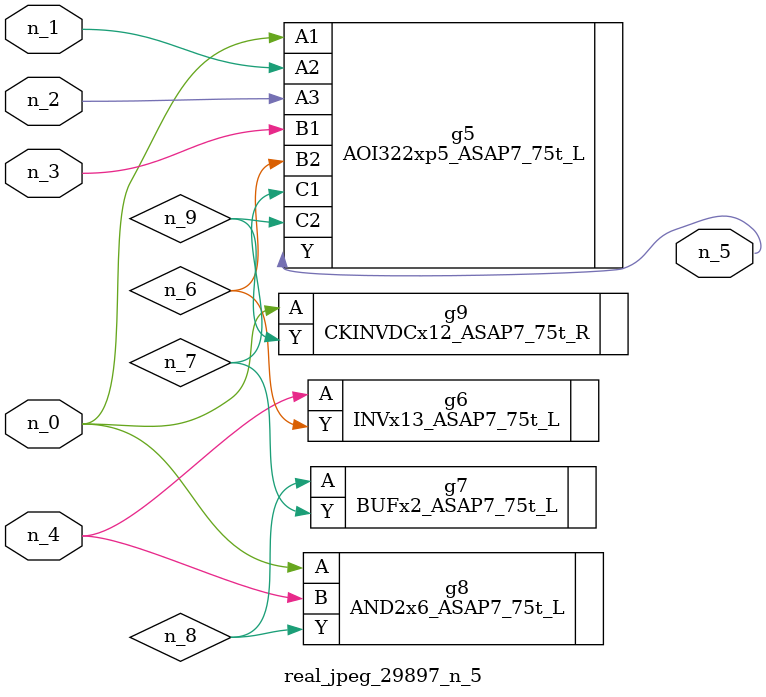
<source format=v>
module real_jpeg_29897_n_5 (n_4, n_0, n_1, n_2, n_3, n_5);

input n_4;
input n_0;
input n_1;
input n_2;
input n_3;

output n_5;

wire n_8;
wire n_6;
wire n_7;
wire n_9;

AOI322xp5_ASAP7_75t_L g5 ( 
.A1(n_0),
.A2(n_1),
.A3(n_2),
.B1(n_3),
.B2(n_6),
.C1(n_7),
.C2(n_9),
.Y(n_5)
);

AND2x6_ASAP7_75t_L g8 ( 
.A(n_0),
.B(n_4),
.Y(n_8)
);

CKINVDCx12_ASAP7_75t_R g9 ( 
.A(n_0),
.Y(n_9)
);

INVx13_ASAP7_75t_L g6 ( 
.A(n_4),
.Y(n_6)
);

BUFx2_ASAP7_75t_L g7 ( 
.A(n_8),
.Y(n_7)
);


endmodule
</source>
